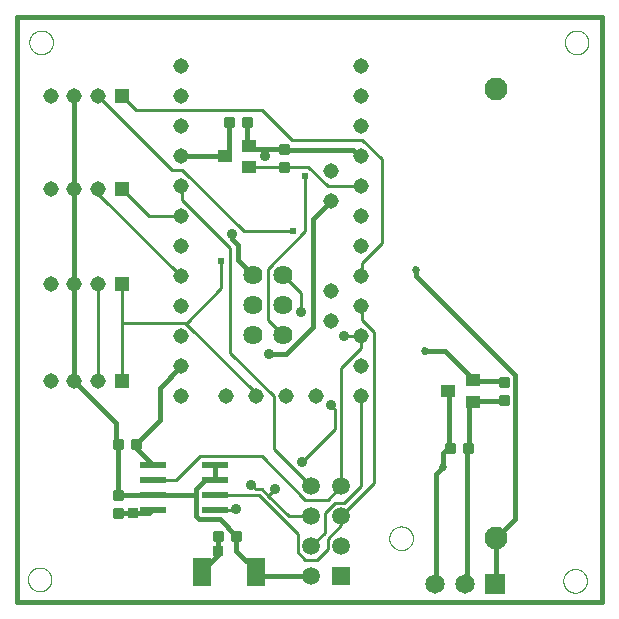
<source format=gtl>
G75*
%MOIN*%
%OFA0B0*%
%FSLAX25Y25*%
%IPPOS*%
%LPD*%
%AMOC8*
5,1,8,0,0,1.08239X$1,22.5*
%
%ADD10C,0.00000*%
%ADD11C,0.01600*%
%ADD12R,0.05906X0.09449*%
%ADD13C,0.00875*%
%ADD14R,0.04500X0.04000*%
%ADD15R,0.05150X0.05150*%
%ADD16C,0.05150*%
%ADD17C,0.07677*%
%ADD18R,0.04724X0.04000*%
%ADD19C,0.06400*%
%ADD20R,0.08700X0.02400*%
%ADD21R,0.06500X0.06500*%
%ADD22C,0.06500*%
%ADD23R,0.05937X0.05937*%
%ADD24C,0.05937*%
%ADD25C,0.01500*%
%ADD26R,0.03562X0.03562*%
%ADD27C,0.01000*%
%ADD28C,0.03562*%
%ADD29C,0.02700*%
%ADD30C,0.02400*%
D10*
X0005834Y0009308D02*
X0005836Y0009433D01*
X0005842Y0009558D01*
X0005852Y0009682D01*
X0005866Y0009806D01*
X0005883Y0009930D01*
X0005905Y0010053D01*
X0005931Y0010175D01*
X0005960Y0010297D01*
X0005993Y0010417D01*
X0006031Y0010536D01*
X0006071Y0010655D01*
X0006116Y0010771D01*
X0006164Y0010886D01*
X0006216Y0011000D01*
X0006272Y0011112D01*
X0006331Y0011222D01*
X0006393Y0011330D01*
X0006459Y0011437D01*
X0006528Y0011541D01*
X0006601Y0011642D01*
X0006676Y0011742D01*
X0006755Y0011839D01*
X0006837Y0011933D01*
X0006922Y0012025D01*
X0007009Y0012114D01*
X0007100Y0012200D01*
X0007193Y0012283D01*
X0007289Y0012364D01*
X0007387Y0012441D01*
X0007487Y0012515D01*
X0007590Y0012586D01*
X0007695Y0012653D01*
X0007803Y0012718D01*
X0007912Y0012778D01*
X0008023Y0012836D01*
X0008136Y0012889D01*
X0008250Y0012939D01*
X0008366Y0012986D01*
X0008483Y0013028D01*
X0008602Y0013067D01*
X0008722Y0013103D01*
X0008843Y0013134D01*
X0008965Y0013162D01*
X0009087Y0013185D01*
X0009211Y0013205D01*
X0009335Y0013221D01*
X0009459Y0013233D01*
X0009584Y0013241D01*
X0009709Y0013245D01*
X0009833Y0013245D01*
X0009958Y0013241D01*
X0010083Y0013233D01*
X0010207Y0013221D01*
X0010331Y0013205D01*
X0010455Y0013185D01*
X0010577Y0013162D01*
X0010699Y0013134D01*
X0010820Y0013103D01*
X0010940Y0013067D01*
X0011059Y0013028D01*
X0011176Y0012986D01*
X0011292Y0012939D01*
X0011406Y0012889D01*
X0011519Y0012836D01*
X0011630Y0012778D01*
X0011740Y0012718D01*
X0011847Y0012653D01*
X0011952Y0012586D01*
X0012055Y0012515D01*
X0012155Y0012441D01*
X0012253Y0012364D01*
X0012349Y0012283D01*
X0012442Y0012200D01*
X0012533Y0012114D01*
X0012620Y0012025D01*
X0012705Y0011933D01*
X0012787Y0011839D01*
X0012866Y0011742D01*
X0012941Y0011642D01*
X0013014Y0011541D01*
X0013083Y0011437D01*
X0013149Y0011330D01*
X0013211Y0011222D01*
X0013270Y0011112D01*
X0013326Y0011000D01*
X0013378Y0010886D01*
X0013426Y0010771D01*
X0013471Y0010655D01*
X0013511Y0010536D01*
X0013549Y0010417D01*
X0013582Y0010297D01*
X0013611Y0010175D01*
X0013637Y0010053D01*
X0013659Y0009930D01*
X0013676Y0009806D01*
X0013690Y0009682D01*
X0013700Y0009558D01*
X0013706Y0009433D01*
X0013708Y0009308D01*
X0013706Y0009183D01*
X0013700Y0009058D01*
X0013690Y0008934D01*
X0013676Y0008810D01*
X0013659Y0008686D01*
X0013637Y0008563D01*
X0013611Y0008441D01*
X0013582Y0008319D01*
X0013549Y0008199D01*
X0013511Y0008080D01*
X0013471Y0007961D01*
X0013426Y0007845D01*
X0013378Y0007730D01*
X0013326Y0007616D01*
X0013270Y0007504D01*
X0013211Y0007394D01*
X0013149Y0007286D01*
X0013083Y0007179D01*
X0013014Y0007075D01*
X0012941Y0006974D01*
X0012866Y0006874D01*
X0012787Y0006777D01*
X0012705Y0006683D01*
X0012620Y0006591D01*
X0012533Y0006502D01*
X0012442Y0006416D01*
X0012349Y0006333D01*
X0012253Y0006252D01*
X0012155Y0006175D01*
X0012055Y0006101D01*
X0011952Y0006030D01*
X0011847Y0005963D01*
X0011739Y0005898D01*
X0011630Y0005838D01*
X0011519Y0005780D01*
X0011406Y0005727D01*
X0011292Y0005677D01*
X0011176Y0005630D01*
X0011059Y0005588D01*
X0010940Y0005549D01*
X0010820Y0005513D01*
X0010699Y0005482D01*
X0010577Y0005454D01*
X0010455Y0005431D01*
X0010331Y0005411D01*
X0010207Y0005395D01*
X0010083Y0005383D01*
X0009958Y0005375D01*
X0009833Y0005371D01*
X0009709Y0005371D01*
X0009584Y0005375D01*
X0009459Y0005383D01*
X0009335Y0005395D01*
X0009211Y0005411D01*
X0009087Y0005431D01*
X0008965Y0005454D01*
X0008843Y0005482D01*
X0008722Y0005513D01*
X0008602Y0005549D01*
X0008483Y0005588D01*
X0008366Y0005630D01*
X0008250Y0005677D01*
X0008136Y0005727D01*
X0008023Y0005780D01*
X0007912Y0005838D01*
X0007802Y0005898D01*
X0007695Y0005963D01*
X0007590Y0006030D01*
X0007487Y0006101D01*
X0007387Y0006175D01*
X0007289Y0006252D01*
X0007193Y0006333D01*
X0007100Y0006416D01*
X0007009Y0006502D01*
X0006922Y0006591D01*
X0006837Y0006683D01*
X0006755Y0006777D01*
X0006676Y0006874D01*
X0006601Y0006974D01*
X0006528Y0007075D01*
X0006459Y0007179D01*
X0006393Y0007286D01*
X0006331Y0007394D01*
X0006272Y0007504D01*
X0006216Y0007616D01*
X0006164Y0007730D01*
X0006116Y0007845D01*
X0006071Y0007961D01*
X0006031Y0008080D01*
X0005993Y0008199D01*
X0005960Y0008319D01*
X0005931Y0008441D01*
X0005905Y0008563D01*
X0005883Y0008686D01*
X0005866Y0008810D01*
X0005852Y0008934D01*
X0005842Y0009058D01*
X0005836Y0009183D01*
X0005834Y0009308D01*
X0126315Y0023005D02*
X0126317Y0023130D01*
X0126323Y0023255D01*
X0126333Y0023379D01*
X0126347Y0023503D01*
X0126364Y0023627D01*
X0126386Y0023750D01*
X0126412Y0023872D01*
X0126441Y0023994D01*
X0126474Y0024114D01*
X0126512Y0024233D01*
X0126552Y0024352D01*
X0126597Y0024468D01*
X0126645Y0024583D01*
X0126697Y0024697D01*
X0126753Y0024809D01*
X0126812Y0024919D01*
X0126874Y0025027D01*
X0126940Y0025134D01*
X0127009Y0025238D01*
X0127082Y0025339D01*
X0127157Y0025439D01*
X0127236Y0025536D01*
X0127318Y0025630D01*
X0127403Y0025722D01*
X0127490Y0025811D01*
X0127581Y0025897D01*
X0127674Y0025980D01*
X0127770Y0026061D01*
X0127868Y0026138D01*
X0127968Y0026212D01*
X0128071Y0026283D01*
X0128176Y0026350D01*
X0128284Y0026415D01*
X0128393Y0026475D01*
X0128504Y0026533D01*
X0128617Y0026586D01*
X0128731Y0026636D01*
X0128847Y0026683D01*
X0128964Y0026725D01*
X0129083Y0026764D01*
X0129203Y0026800D01*
X0129324Y0026831D01*
X0129446Y0026859D01*
X0129568Y0026882D01*
X0129692Y0026902D01*
X0129816Y0026918D01*
X0129940Y0026930D01*
X0130065Y0026938D01*
X0130190Y0026942D01*
X0130314Y0026942D01*
X0130439Y0026938D01*
X0130564Y0026930D01*
X0130688Y0026918D01*
X0130812Y0026902D01*
X0130936Y0026882D01*
X0131058Y0026859D01*
X0131180Y0026831D01*
X0131301Y0026800D01*
X0131421Y0026764D01*
X0131540Y0026725D01*
X0131657Y0026683D01*
X0131773Y0026636D01*
X0131887Y0026586D01*
X0132000Y0026533D01*
X0132111Y0026475D01*
X0132221Y0026415D01*
X0132328Y0026350D01*
X0132433Y0026283D01*
X0132536Y0026212D01*
X0132636Y0026138D01*
X0132734Y0026061D01*
X0132830Y0025980D01*
X0132923Y0025897D01*
X0133014Y0025811D01*
X0133101Y0025722D01*
X0133186Y0025630D01*
X0133268Y0025536D01*
X0133347Y0025439D01*
X0133422Y0025339D01*
X0133495Y0025238D01*
X0133564Y0025134D01*
X0133630Y0025027D01*
X0133692Y0024919D01*
X0133751Y0024809D01*
X0133807Y0024697D01*
X0133859Y0024583D01*
X0133907Y0024468D01*
X0133952Y0024352D01*
X0133992Y0024233D01*
X0134030Y0024114D01*
X0134063Y0023994D01*
X0134092Y0023872D01*
X0134118Y0023750D01*
X0134140Y0023627D01*
X0134157Y0023503D01*
X0134171Y0023379D01*
X0134181Y0023255D01*
X0134187Y0023130D01*
X0134189Y0023005D01*
X0134187Y0022880D01*
X0134181Y0022755D01*
X0134171Y0022631D01*
X0134157Y0022507D01*
X0134140Y0022383D01*
X0134118Y0022260D01*
X0134092Y0022138D01*
X0134063Y0022016D01*
X0134030Y0021896D01*
X0133992Y0021777D01*
X0133952Y0021658D01*
X0133907Y0021542D01*
X0133859Y0021427D01*
X0133807Y0021313D01*
X0133751Y0021201D01*
X0133692Y0021091D01*
X0133630Y0020983D01*
X0133564Y0020876D01*
X0133495Y0020772D01*
X0133422Y0020671D01*
X0133347Y0020571D01*
X0133268Y0020474D01*
X0133186Y0020380D01*
X0133101Y0020288D01*
X0133014Y0020199D01*
X0132923Y0020113D01*
X0132830Y0020030D01*
X0132734Y0019949D01*
X0132636Y0019872D01*
X0132536Y0019798D01*
X0132433Y0019727D01*
X0132328Y0019660D01*
X0132220Y0019595D01*
X0132111Y0019535D01*
X0132000Y0019477D01*
X0131887Y0019424D01*
X0131773Y0019374D01*
X0131657Y0019327D01*
X0131540Y0019285D01*
X0131421Y0019246D01*
X0131301Y0019210D01*
X0131180Y0019179D01*
X0131058Y0019151D01*
X0130936Y0019128D01*
X0130812Y0019108D01*
X0130688Y0019092D01*
X0130564Y0019080D01*
X0130439Y0019072D01*
X0130314Y0019068D01*
X0130190Y0019068D01*
X0130065Y0019072D01*
X0129940Y0019080D01*
X0129816Y0019092D01*
X0129692Y0019108D01*
X0129568Y0019128D01*
X0129446Y0019151D01*
X0129324Y0019179D01*
X0129203Y0019210D01*
X0129083Y0019246D01*
X0128964Y0019285D01*
X0128847Y0019327D01*
X0128731Y0019374D01*
X0128617Y0019424D01*
X0128504Y0019477D01*
X0128393Y0019535D01*
X0128283Y0019595D01*
X0128176Y0019660D01*
X0128071Y0019727D01*
X0127968Y0019798D01*
X0127868Y0019872D01*
X0127770Y0019949D01*
X0127674Y0020030D01*
X0127581Y0020113D01*
X0127490Y0020199D01*
X0127403Y0020288D01*
X0127318Y0020380D01*
X0127236Y0020474D01*
X0127157Y0020571D01*
X0127082Y0020671D01*
X0127009Y0020772D01*
X0126940Y0020876D01*
X0126874Y0020983D01*
X0126812Y0021091D01*
X0126753Y0021201D01*
X0126697Y0021313D01*
X0126645Y0021427D01*
X0126597Y0021542D01*
X0126552Y0021658D01*
X0126512Y0021777D01*
X0126474Y0021896D01*
X0126441Y0022016D01*
X0126412Y0022138D01*
X0126386Y0022260D01*
X0126364Y0022383D01*
X0126347Y0022507D01*
X0126333Y0022631D01*
X0126323Y0022755D01*
X0126317Y0022880D01*
X0126315Y0023005D01*
X0184319Y0008800D02*
X0184321Y0008925D01*
X0184327Y0009050D01*
X0184337Y0009174D01*
X0184351Y0009298D01*
X0184368Y0009422D01*
X0184390Y0009545D01*
X0184416Y0009667D01*
X0184445Y0009789D01*
X0184478Y0009909D01*
X0184516Y0010028D01*
X0184556Y0010147D01*
X0184601Y0010263D01*
X0184649Y0010378D01*
X0184701Y0010492D01*
X0184757Y0010604D01*
X0184816Y0010714D01*
X0184878Y0010822D01*
X0184944Y0010929D01*
X0185013Y0011033D01*
X0185086Y0011134D01*
X0185161Y0011234D01*
X0185240Y0011331D01*
X0185322Y0011425D01*
X0185407Y0011517D01*
X0185494Y0011606D01*
X0185585Y0011692D01*
X0185678Y0011775D01*
X0185774Y0011856D01*
X0185872Y0011933D01*
X0185972Y0012007D01*
X0186075Y0012078D01*
X0186180Y0012145D01*
X0186288Y0012210D01*
X0186397Y0012270D01*
X0186508Y0012328D01*
X0186621Y0012381D01*
X0186735Y0012431D01*
X0186851Y0012478D01*
X0186968Y0012520D01*
X0187087Y0012559D01*
X0187207Y0012595D01*
X0187328Y0012626D01*
X0187450Y0012654D01*
X0187572Y0012677D01*
X0187696Y0012697D01*
X0187820Y0012713D01*
X0187944Y0012725D01*
X0188069Y0012733D01*
X0188194Y0012737D01*
X0188318Y0012737D01*
X0188443Y0012733D01*
X0188568Y0012725D01*
X0188692Y0012713D01*
X0188816Y0012697D01*
X0188940Y0012677D01*
X0189062Y0012654D01*
X0189184Y0012626D01*
X0189305Y0012595D01*
X0189425Y0012559D01*
X0189544Y0012520D01*
X0189661Y0012478D01*
X0189777Y0012431D01*
X0189891Y0012381D01*
X0190004Y0012328D01*
X0190115Y0012270D01*
X0190225Y0012210D01*
X0190332Y0012145D01*
X0190437Y0012078D01*
X0190540Y0012007D01*
X0190640Y0011933D01*
X0190738Y0011856D01*
X0190834Y0011775D01*
X0190927Y0011692D01*
X0191018Y0011606D01*
X0191105Y0011517D01*
X0191190Y0011425D01*
X0191272Y0011331D01*
X0191351Y0011234D01*
X0191426Y0011134D01*
X0191499Y0011033D01*
X0191568Y0010929D01*
X0191634Y0010822D01*
X0191696Y0010714D01*
X0191755Y0010604D01*
X0191811Y0010492D01*
X0191863Y0010378D01*
X0191911Y0010263D01*
X0191956Y0010147D01*
X0191996Y0010028D01*
X0192034Y0009909D01*
X0192067Y0009789D01*
X0192096Y0009667D01*
X0192122Y0009545D01*
X0192144Y0009422D01*
X0192161Y0009298D01*
X0192175Y0009174D01*
X0192185Y0009050D01*
X0192191Y0008925D01*
X0192193Y0008800D01*
X0192191Y0008675D01*
X0192185Y0008550D01*
X0192175Y0008426D01*
X0192161Y0008302D01*
X0192144Y0008178D01*
X0192122Y0008055D01*
X0192096Y0007933D01*
X0192067Y0007811D01*
X0192034Y0007691D01*
X0191996Y0007572D01*
X0191956Y0007453D01*
X0191911Y0007337D01*
X0191863Y0007222D01*
X0191811Y0007108D01*
X0191755Y0006996D01*
X0191696Y0006886D01*
X0191634Y0006778D01*
X0191568Y0006671D01*
X0191499Y0006567D01*
X0191426Y0006466D01*
X0191351Y0006366D01*
X0191272Y0006269D01*
X0191190Y0006175D01*
X0191105Y0006083D01*
X0191018Y0005994D01*
X0190927Y0005908D01*
X0190834Y0005825D01*
X0190738Y0005744D01*
X0190640Y0005667D01*
X0190540Y0005593D01*
X0190437Y0005522D01*
X0190332Y0005455D01*
X0190224Y0005390D01*
X0190115Y0005330D01*
X0190004Y0005272D01*
X0189891Y0005219D01*
X0189777Y0005169D01*
X0189661Y0005122D01*
X0189544Y0005080D01*
X0189425Y0005041D01*
X0189305Y0005005D01*
X0189184Y0004974D01*
X0189062Y0004946D01*
X0188940Y0004923D01*
X0188816Y0004903D01*
X0188692Y0004887D01*
X0188568Y0004875D01*
X0188443Y0004867D01*
X0188318Y0004863D01*
X0188194Y0004863D01*
X0188069Y0004867D01*
X0187944Y0004875D01*
X0187820Y0004887D01*
X0187696Y0004903D01*
X0187572Y0004923D01*
X0187450Y0004946D01*
X0187328Y0004974D01*
X0187207Y0005005D01*
X0187087Y0005041D01*
X0186968Y0005080D01*
X0186851Y0005122D01*
X0186735Y0005169D01*
X0186621Y0005219D01*
X0186508Y0005272D01*
X0186397Y0005330D01*
X0186287Y0005390D01*
X0186180Y0005455D01*
X0186075Y0005522D01*
X0185972Y0005593D01*
X0185872Y0005667D01*
X0185774Y0005744D01*
X0185678Y0005825D01*
X0185585Y0005908D01*
X0185494Y0005994D01*
X0185407Y0006083D01*
X0185322Y0006175D01*
X0185240Y0006269D01*
X0185161Y0006366D01*
X0185086Y0006466D01*
X0185013Y0006567D01*
X0184944Y0006671D01*
X0184878Y0006778D01*
X0184816Y0006886D01*
X0184757Y0006996D01*
X0184701Y0007108D01*
X0184649Y0007222D01*
X0184601Y0007337D01*
X0184556Y0007453D01*
X0184516Y0007572D01*
X0184478Y0007691D01*
X0184445Y0007811D01*
X0184416Y0007933D01*
X0184390Y0008055D01*
X0184368Y0008178D01*
X0184351Y0008302D01*
X0184337Y0008426D01*
X0184327Y0008550D01*
X0184321Y0008675D01*
X0184319Y0008800D01*
X0184834Y0188308D02*
X0184836Y0188433D01*
X0184842Y0188558D01*
X0184852Y0188682D01*
X0184866Y0188806D01*
X0184883Y0188930D01*
X0184905Y0189053D01*
X0184931Y0189175D01*
X0184960Y0189297D01*
X0184993Y0189417D01*
X0185031Y0189536D01*
X0185071Y0189655D01*
X0185116Y0189771D01*
X0185164Y0189886D01*
X0185216Y0190000D01*
X0185272Y0190112D01*
X0185331Y0190222D01*
X0185393Y0190330D01*
X0185459Y0190437D01*
X0185528Y0190541D01*
X0185601Y0190642D01*
X0185676Y0190742D01*
X0185755Y0190839D01*
X0185837Y0190933D01*
X0185922Y0191025D01*
X0186009Y0191114D01*
X0186100Y0191200D01*
X0186193Y0191283D01*
X0186289Y0191364D01*
X0186387Y0191441D01*
X0186487Y0191515D01*
X0186590Y0191586D01*
X0186695Y0191653D01*
X0186803Y0191718D01*
X0186912Y0191778D01*
X0187023Y0191836D01*
X0187136Y0191889D01*
X0187250Y0191939D01*
X0187366Y0191986D01*
X0187483Y0192028D01*
X0187602Y0192067D01*
X0187722Y0192103D01*
X0187843Y0192134D01*
X0187965Y0192162D01*
X0188087Y0192185D01*
X0188211Y0192205D01*
X0188335Y0192221D01*
X0188459Y0192233D01*
X0188584Y0192241D01*
X0188709Y0192245D01*
X0188833Y0192245D01*
X0188958Y0192241D01*
X0189083Y0192233D01*
X0189207Y0192221D01*
X0189331Y0192205D01*
X0189455Y0192185D01*
X0189577Y0192162D01*
X0189699Y0192134D01*
X0189820Y0192103D01*
X0189940Y0192067D01*
X0190059Y0192028D01*
X0190176Y0191986D01*
X0190292Y0191939D01*
X0190406Y0191889D01*
X0190519Y0191836D01*
X0190630Y0191778D01*
X0190740Y0191718D01*
X0190847Y0191653D01*
X0190952Y0191586D01*
X0191055Y0191515D01*
X0191155Y0191441D01*
X0191253Y0191364D01*
X0191349Y0191283D01*
X0191442Y0191200D01*
X0191533Y0191114D01*
X0191620Y0191025D01*
X0191705Y0190933D01*
X0191787Y0190839D01*
X0191866Y0190742D01*
X0191941Y0190642D01*
X0192014Y0190541D01*
X0192083Y0190437D01*
X0192149Y0190330D01*
X0192211Y0190222D01*
X0192270Y0190112D01*
X0192326Y0190000D01*
X0192378Y0189886D01*
X0192426Y0189771D01*
X0192471Y0189655D01*
X0192511Y0189536D01*
X0192549Y0189417D01*
X0192582Y0189297D01*
X0192611Y0189175D01*
X0192637Y0189053D01*
X0192659Y0188930D01*
X0192676Y0188806D01*
X0192690Y0188682D01*
X0192700Y0188558D01*
X0192706Y0188433D01*
X0192708Y0188308D01*
X0192706Y0188183D01*
X0192700Y0188058D01*
X0192690Y0187934D01*
X0192676Y0187810D01*
X0192659Y0187686D01*
X0192637Y0187563D01*
X0192611Y0187441D01*
X0192582Y0187319D01*
X0192549Y0187199D01*
X0192511Y0187080D01*
X0192471Y0186961D01*
X0192426Y0186845D01*
X0192378Y0186730D01*
X0192326Y0186616D01*
X0192270Y0186504D01*
X0192211Y0186394D01*
X0192149Y0186286D01*
X0192083Y0186179D01*
X0192014Y0186075D01*
X0191941Y0185974D01*
X0191866Y0185874D01*
X0191787Y0185777D01*
X0191705Y0185683D01*
X0191620Y0185591D01*
X0191533Y0185502D01*
X0191442Y0185416D01*
X0191349Y0185333D01*
X0191253Y0185252D01*
X0191155Y0185175D01*
X0191055Y0185101D01*
X0190952Y0185030D01*
X0190847Y0184963D01*
X0190739Y0184898D01*
X0190630Y0184838D01*
X0190519Y0184780D01*
X0190406Y0184727D01*
X0190292Y0184677D01*
X0190176Y0184630D01*
X0190059Y0184588D01*
X0189940Y0184549D01*
X0189820Y0184513D01*
X0189699Y0184482D01*
X0189577Y0184454D01*
X0189455Y0184431D01*
X0189331Y0184411D01*
X0189207Y0184395D01*
X0189083Y0184383D01*
X0188958Y0184375D01*
X0188833Y0184371D01*
X0188709Y0184371D01*
X0188584Y0184375D01*
X0188459Y0184383D01*
X0188335Y0184395D01*
X0188211Y0184411D01*
X0188087Y0184431D01*
X0187965Y0184454D01*
X0187843Y0184482D01*
X0187722Y0184513D01*
X0187602Y0184549D01*
X0187483Y0184588D01*
X0187366Y0184630D01*
X0187250Y0184677D01*
X0187136Y0184727D01*
X0187023Y0184780D01*
X0186912Y0184838D01*
X0186802Y0184898D01*
X0186695Y0184963D01*
X0186590Y0185030D01*
X0186487Y0185101D01*
X0186387Y0185175D01*
X0186289Y0185252D01*
X0186193Y0185333D01*
X0186100Y0185416D01*
X0186009Y0185502D01*
X0185922Y0185591D01*
X0185837Y0185683D01*
X0185755Y0185777D01*
X0185676Y0185874D01*
X0185601Y0185974D01*
X0185528Y0186075D01*
X0185459Y0186179D01*
X0185393Y0186286D01*
X0185331Y0186394D01*
X0185272Y0186504D01*
X0185216Y0186616D01*
X0185164Y0186730D01*
X0185116Y0186845D01*
X0185071Y0186961D01*
X0185031Y0187080D01*
X0184993Y0187199D01*
X0184960Y0187319D01*
X0184931Y0187441D01*
X0184905Y0187563D01*
X0184883Y0187686D01*
X0184866Y0187810D01*
X0184852Y0187934D01*
X0184842Y0188058D01*
X0184836Y0188183D01*
X0184834Y0188308D01*
X0006334Y0188308D02*
X0006336Y0188433D01*
X0006342Y0188558D01*
X0006352Y0188682D01*
X0006366Y0188806D01*
X0006383Y0188930D01*
X0006405Y0189053D01*
X0006431Y0189175D01*
X0006460Y0189297D01*
X0006493Y0189417D01*
X0006531Y0189536D01*
X0006571Y0189655D01*
X0006616Y0189771D01*
X0006664Y0189886D01*
X0006716Y0190000D01*
X0006772Y0190112D01*
X0006831Y0190222D01*
X0006893Y0190330D01*
X0006959Y0190437D01*
X0007028Y0190541D01*
X0007101Y0190642D01*
X0007176Y0190742D01*
X0007255Y0190839D01*
X0007337Y0190933D01*
X0007422Y0191025D01*
X0007509Y0191114D01*
X0007600Y0191200D01*
X0007693Y0191283D01*
X0007789Y0191364D01*
X0007887Y0191441D01*
X0007987Y0191515D01*
X0008090Y0191586D01*
X0008195Y0191653D01*
X0008303Y0191718D01*
X0008412Y0191778D01*
X0008523Y0191836D01*
X0008636Y0191889D01*
X0008750Y0191939D01*
X0008866Y0191986D01*
X0008983Y0192028D01*
X0009102Y0192067D01*
X0009222Y0192103D01*
X0009343Y0192134D01*
X0009465Y0192162D01*
X0009587Y0192185D01*
X0009711Y0192205D01*
X0009835Y0192221D01*
X0009959Y0192233D01*
X0010084Y0192241D01*
X0010209Y0192245D01*
X0010333Y0192245D01*
X0010458Y0192241D01*
X0010583Y0192233D01*
X0010707Y0192221D01*
X0010831Y0192205D01*
X0010955Y0192185D01*
X0011077Y0192162D01*
X0011199Y0192134D01*
X0011320Y0192103D01*
X0011440Y0192067D01*
X0011559Y0192028D01*
X0011676Y0191986D01*
X0011792Y0191939D01*
X0011906Y0191889D01*
X0012019Y0191836D01*
X0012130Y0191778D01*
X0012240Y0191718D01*
X0012347Y0191653D01*
X0012452Y0191586D01*
X0012555Y0191515D01*
X0012655Y0191441D01*
X0012753Y0191364D01*
X0012849Y0191283D01*
X0012942Y0191200D01*
X0013033Y0191114D01*
X0013120Y0191025D01*
X0013205Y0190933D01*
X0013287Y0190839D01*
X0013366Y0190742D01*
X0013441Y0190642D01*
X0013514Y0190541D01*
X0013583Y0190437D01*
X0013649Y0190330D01*
X0013711Y0190222D01*
X0013770Y0190112D01*
X0013826Y0190000D01*
X0013878Y0189886D01*
X0013926Y0189771D01*
X0013971Y0189655D01*
X0014011Y0189536D01*
X0014049Y0189417D01*
X0014082Y0189297D01*
X0014111Y0189175D01*
X0014137Y0189053D01*
X0014159Y0188930D01*
X0014176Y0188806D01*
X0014190Y0188682D01*
X0014200Y0188558D01*
X0014206Y0188433D01*
X0014208Y0188308D01*
X0014206Y0188183D01*
X0014200Y0188058D01*
X0014190Y0187934D01*
X0014176Y0187810D01*
X0014159Y0187686D01*
X0014137Y0187563D01*
X0014111Y0187441D01*
X0014082Y0187319D01*
X0014049Y0187199D01*
X0014011Y0187080D01*
X0013971Y0186961D01*
X0013926Y0186845D01*
X0013878Y0186730D01*
X0013826Y0186616D01*
X0013770Y0186504D01*
X0013711Y0186394D01*
X0013649Y0186286D01*
X0013583Y0186179D01*
X0013514Y0186075D01*
X0013441Y0185974D01*
X0013366Y0185874D01*
X0013287Y0185777D01*
X0013205Y0185683D01*
X0013120Y0185591D01*
X0013033Y0185502D01*
X0012942Y0185416D01*
X0012849Y0185333D01*
X0012753Y0185252D01*
X0012655Y0185175D01*
X0012555Y0185101D01*
X0012452Y0185030D01*
X0012347Y0184963D01*
X0012239Y0184898D01*
X0012130Y0184838D01*
X0012019Y0184780D01*
X0011906Y0184727D01*
X0011792Y0184677D01*
X0011676Y0184630D01*
X0011559Y0184588D01*
X0011440Y0184549D01*
X0011320Y0184513D01*
X0011199Y0184482D01*
X0011077Y0184454D01*
X0010955Y0184431D01*
X0010831Y0184411D01*
X0010707Y0184395D01*
X0010583Y0184383D01*
X0010458Y0184375D01*
X0010333Y0184371D01*
X0010209Y0184371D01*
X0010084Y0184375D01*
X0009959Y0184383D01*
X0009835Y0184395D01*
X0009711Y0184411D01*
X0009587Y0184431D01*
X0009465Y0184454D01*
X0009343Y0184482D01*
X0009222Y0184513D01*
X0009102Y0184549D01*
X0008983Y0184588D01*
X0008866Y0184630D01*
X0008750Y0184677D01*
X0008636Y0184727D01*
X0008523Y0184780D01*
X0008412Y0184838D01*
X0008302Y0184898D01*
X0008195Y0184963D01*
X0008090Y0185030D01*
X0007987Y0185101D01*
X0007887Y0185175D01*
X0007789Y0185252D01*
X0007693Y0185333D01*
X0007600Y0185416D01*
X0007509Y0185502D01*
X0007422Y0185591D01*
X0007337Y0185683D01*
X0007255Y0185777D01*
X0007176Y0185874D01*
X0007101Y0185974D01*
X0007028Y0186075D01*
X0006959Y0186179D01*
X0006893Y0186286D01*
X0006831Y0186394D01*
X0006772Y0186504D01*
X0006716Y0186616D01*
X0006664Y0186730D01*
X0006616Y0186845D01*
X0006571Y0186961D01*
X0006531Y0187080D01*
X0006493Y0187199D01*
X0006460Y0187319D01*
X0006431Y0187441D01*
X0006405Y0187563D01*
X0006383Y0187686D01*
X0006366Y0187810D01*
X0006352Y0187934D01*
X0006342Y0188058D01*
X0006336Y0188183D01*
X0006334Y0188308D01*
D11*
X0002271Y0001808D02*
X0197122Y0001808D01*
X0197122Y0196658D01*
X0002271Y0196658D01*
X0002271Y0001808D01*
X0047471Y0047308D02*
X0041771Y0053008D01*
X0041771Y0054308D01*
X0049771Y0062308D01*
X0049771Y0073194D01*
X0056885Y0080308D01*
X0086271Y0084308D02*
X0091771Y0084308D01*
X0100771Y0093308D01*
X0100771Y0129308D01*
X0106771Y0135308D01*
X0106885Y0135308D01*
X0084771Y0150308D02*
X0084771Y0152808D01*
X0073771Y0124308D02*
X0073771Y0122808D01*
X0075771Y0120808D01*
X0075771Y0115808D01*
X0080771Y0110808D01*
D12*
X0081905Y0011820D03*
X0063795Y0011820D03*
D13*
X0067958Y0025121D02*
X0070584Y0025121D01*
X0070584Y0022495D01*
X0067958Y0022495D01*
X0067958Y0025121D01*
X0067958Y0023369D02*
X0070584Y0023369D01*
X0070584Y0024243D02*
X0067958Y0024243D01*
X0067958Y0025117D02*
X0070584Y0025117D01*
X0073958Y0025121D02*
X0076584Y0025121D01*
X0076584Y0022495D01*
X0073958Y0022495D01*
X0073958Y0025121D01*
X0073958Y0023369D02*
X0076584Y0023369D01*
X0076584Y0024243D02*
X0073958Y0024243D01*
X0073958Y0025117D02*
X0076584Y0025117D01*
X0043084Y0055621D02*
X0040458Y0055621D01*
X0043084Y0055621D02*
X0043084Y0052995D01*
X0040458Y0052995D01*
X0040458Y0055621D01*
X0040458Y0053869D02*
X0043084Y0053869D01*
X0043084Y0054743D02*
X0040458Y0054743D01*
X0040458Y0055617D02*
X0043084Y0055617D01*
X0037084Y0055621D02*
X0034458Y0055621D01*
X0037084Y0055621D02*
X0037084Y0052995D01*
X0034458Y0052995D01*
X0034458Y0055621D01*
X0034458Y0053869D02*
X0037084Y0053869D01*
X0037084Y0054743D02*
X0034458Y0054743D01*
X0034458Y0055617D02*
X0037084Y0055617D01*
X0034458Y0038621D02*
X0034458Y0035995D01*
X0034458Y0038621D02*
X0037084Y0038621D01*
X0037084Y0035995D01*
X0034458Y0035995D01*
X0034458Y0036869D02*
X0037084Y0036869D01*
X0037084Y0037743D02*
X0034458Y0037743D01*
X0034458Y0038617D02*
X0037084Y0038617D01*
X0034458Y0032621D02*
X0034458Y0029995D01*
X0034458Y0032621D02*
X0037084Y0032621D01*
X0037084Y0029995D01*
X0034458Y0029995D01*
X0034458Y0030869D02*
X0037084Y0030869D01*
X0037084Y0031743D02*
X0034458Y0031743D01*
X0034458Y0032617D02*
X0037084Y0032617D01*
X0145131Y0054495D02*
X0147757Y0054495D01*
X0147757Y0051869D01*
X0145131Y0051869D01*
X0145131Y0054495D01*
X0145131Y0052743D02*
X0147757Y0052743D01*
X0147757Y0053617D02*
X0145131Y0053617D01*
X0145131Y0054491D02*
X0147757Y0054491D01*
X0151131Y0054495D02*
X0153757Y0054495D01*
X0153757Y0051869D01*
X0151131Y0051869D01*
X0151131Y0054495D01*
X0151131Y0052743D02*
X0153757Y0052743D01*
X0153757Y0053617D02*
X0151131Y0053617D01*
X0151131Y0054491D02*
X0153757Y0054491D01*
X0165777Y0067806D02*
X0165777Y0070432D01*
X0165777Y0067806D02*
X0163151Y0067806D01*
X0163151Y0070432D01*
X0165777Y0070432D01*
X0165777Y0068680D02*
X0163151Y0068680D01*
X0163151Y0069554D02*
X0165777Y0069554D01*
X0165777Y0070428D02*
X0163151Y0070428D01*
X0165777Y0073806D02*
X0165777Y0076432D01*
X0165777Y0073806D02*
X0163151Y0073806D01*
X0163151Y0076432D01*
X0165777Y0076432D01*
X0165777Y0074680D02*
X0163151Y0074680D01*
X0163151Y0075554D02*
X0165777Y0075554D01*
X0165777Y0076428D02*
X0163151Y0076428D01*
X0092584Y0145495D02*
X0092584Y0148121D01*
X0092584Y0145495D02*
X0089958Y0145495D01*
X0089958Y0148121D01*
X0092584Y0148121D01*
X0092584Y0146369D02*
X0089958Y0146369D01*
X0089958Y0147243D02*
X0092584Y0147243D01*
X0092584Y0148117D02*
X0089958Y0148117D01*
X0092584Y0151495D02*
X0092584Y0154121D01*
X0092584Y0151495D02*
X0089958Y0151495D01*
X0089958Y0154121D01*
X0092584Y0154121D01*
X0092584Y0152369D02*
X0089958Y0152369D01*
X0089958Y0153243D02*
X0092584Y0153243D01*
X0092584Y0154117D02*
X0089958Y0154117D01*
X0080084Y0160495D02*
X0077458Y0160495D01*
X0077458Y0163121D01*
X0080084Y0163121D01*
X0080084Y0160495D01*
X0080084Y0161369D02*
X0077458Y0161369D01*
X0077458Y0162243D02*
X0080084Y0162243D01*
X0080084Y0163117D02*
X0077458Y0163117D01*
X0074084Y0160495D02*
X0071458Y0160495D01*
X0071458Y0163121D01*
X0074084Y0163121D01*
X0074084Y0160495D01*
X0074084Y0161369D02*
X0071458Y0161369D01*
X0071458Y0162243D02*
X0074084Y0162243D01*
X0074084Y0163117D02*
X0071458Y0163117D01*
D14*
X0079437Y0153792D03*
X0079437Y0146792D03*
X0071437Y0150292D03*
D15*
X0037082Y0139324D03*
X0037082Y0170308D03*
X0037082Y0107808D03*
X0037082Y0075308D03*
D16*
X0029208Y0075308D03*
X0021334Y0075308D03*
X0013460Y0075308D03*
X0013460Y0107808D03*
X0021334Y0107808D03*
X0029208Y0107808D03*
X0056885Y0110308D03*
X0056885Y0120308D03*
X0056885Y0130308D03*
X0056885Y0140308D03*
X0056885Y0150308D03*
X0056885Y0160308D03*
X0056885Y0170308D03*
X0056885Y0180308D03*
X0029208Y0170308D03*
X0021334Y0170308D03*
X0013460Y0170308D03*
X0013460Y0139324D03*
X0021334Y0139324D03*
X0029208Y0139324D03*
X0056885Y0100308D03*
X0056885Y0090308D03*
X0056885Y0080308D03*
X0056885Y0070308D03*
X0071885Y0070308D03*
X0081885Y0070308D03*
X0091885Y0070308D03*
X0101885Y0070308D03*
X0116885Y0070308D03*
X0116885Y0080308D03*
X0116885Y0090308D03*
X0116885Y0100308D03*
X0116885Y0110308D03*
X0116885Y0120308D03*
X0116885Y0130308D03*
X0116885Y0140308D03*
X0116885Y0150308D03*
X0116885Y0160308D03*
X0116885Y0170308D03*
X0116885Y0180308D03*
X0106885Y0145308D03*
X0106885Y0135308D03*
X0106885Y0105308D03*
X0106885Y0095308D03*
D17*
X0161748Y0023005D03*
X0161748Y0172611D03*
D18*
X0154110Y0075859D03*
X0154110Y0068379D03*
X0145763Y0072119D03*
D19*
X0090771Y0090808D03*
X0080771Y0090808D03*
X0080771Y0100808D03*
X0080771Y0110808D03*
X0090771Y0110808D03*
X0090771Y0100808D03*
D20*
X0068071Y0047308D03*
X0068071Y0042308D03*
X0068071Y0037308D03*
X0068071Y0032308D03*
X0047471Y0032308D03*
X0047471Y0037308D03*
X0047471Y0042308D03*
X0047471Y0047308D03*
D21*
X0161582Y0007816D03*
D22*
X0151582Y0007816D03*
X0141582Y0007816D03*
D23*
X0110271Y0010308D03*
D24*
X0100271Y0010308D03*
X0100271Y0020308D03*
X0100271Y0030308D03*
X0100271Y0040308D03*
X0110271Y0040308D03*
X0110271Y0030308D03*
X0110271Y0020308D03*
D25*
X0100271Y0010308D02*
X0083271Y0010308D01*
X0082271Y0011308D01*
X0081905Y0011820D01*
X0081771Y0012308D01*
X0075271Y0018808D01*
X0075271Y0023808D01*
X0069771Y0029308D01*
X0062771Y0029308D01*
X0061771Y0030308D01*
X0061771Y0037308D01*
X0047471Y0037308D01*
X0035771Y0037308D01*
X0035771Y0054308D01*
X0035271Y0054808D01*
X0035271Y0061308D01*
X0022271Y0074308D01*
X0021334Y0075308D01*
X0021771Y0074808D01*
X0021334Y0075308D02*
X0021271Y0075808D01*
X0021271Y0107308D01*
X0021334Y0107808D01*
X0021271Y0107808D01*
X0021271Y0139308D01*
X0021334Y0139324D01*
X0021271Y0139808D01*
X0021271Y0170308D01*
X0021334Y0170308D01*
X0056885Y0150308D02*
X0070771Y0150308D01*
X0071437Y0150292D01*
X0071771Y0150308D01*
X0072771Y0151308D01*
X0072771Y0161808D01*
X0078771Y0161808D02*
X0078771Y0153808D01*
X0079437Y0153792D01*
X0079771Y0153308D01*
X0080271Y0152808D01*
X0084771Y0152808D01*
X0091271Y0152808D01*
X0091771Y0152308D01*
X0114271Y0152308D01*
X0116271Y0150308D01*
X0116885Y0150308D01*
X0134771Y0112808D02*
X0135271Y0112308D01*
X0135271Y0110308D01*
X0168271Y0077308D01*
X0168271Y0029308D01*
X0162271Y0023308D01*
X0161748Y0023005D01*
X0161771Y0022808D01*
X0161771Y0008308D01*
X0161582Y0007816D01*
X0152271Y0008808D02*
X0151771Y0008308D01*
X0151582Y0007816D01*
X0152271Y0008808D02*
X0152271Y0052808D01*
X0152444Y0053182D01*
X0152771Y0053308D01*
X0152771Y0067308D01*
X0153771Y0068308D01*
X0154110Y0068379D01*
X0154771Y0068808D01*
X0164271Y0068808D01*
X0164464Y0069119D01*
X0164464Y0075119D02*
X0164271Y0075308D01*
X0154771Y0075308D01*
X0154271Y0075808D01*
X0154110Y0075859D01*
X0153771Y0076308D01*
X0144771Y0085308D01*
X0138271Y0085308D01*
X0145763Y0072119D02*
X0145771Y0071808D01*
X0146271Y0071308D01*
X0146271Y0053308D01*
X0146444Y0053182D01*
X0145771Y0052808D01*
X0144271Y0051308D01*
X0144271Y0046808D01*
X0141771Y0044308D01*
X0141771Y0008308D01*
X0141582Y0007816D01*
X0069271Y0017308D02*
X0064271Y0012308D01*
X0063795Y0011820D01*
X0069271Y0017308D02*
X0069271Y0018808D01*
X0069271Y0023808D01*
X0061771Y0037308D02*
X0061771Y0039308D01*
X0064771Y0042308D01*
X0068071Y0042308D01*
X0068271Y0042808D01*
X0068271Y0047308D01*
X0068071Y0047308D01*
X0047471Y0032308D02*
X0047271Y0032308D01*
X0046271Y0031308D01*
X0040771Y0031308D01*
X0035771Y0031308D01*
X0013771Y0075308D02*
X0013460Y0075308D01*
D26*
X0040771Y0031308D03*
X0069271Y0018808D03*
D27*
X0068071Y0032308D02*
X0074271Y0032308D01*
X0074771Y0032808D01*
X0075271Y0032808D01*
X0068071Y0037308D02*
X0082771Y0037308D01*
X0095771Y0024308D01*
X0095771Y0018308D01*
X0098271Y0015808D01*
X0102271Y0015808D01*
X0105771Y0019308D01*
X0105771Y0022808D01*
X0110271Y0027308D01*
X0110271Y0030308D01*
X0121271Y0041308D01*
X0121271Y0091808D01*
X0117271Y0095808D01*
X0117271Y0100308D01*
X0116885Y0100308D01*
X0116885Y0110308D02*
X0117271Y0110308D01*
X0117271Y0114808D01*
X0123771Y0121308D01*
X0123771Y0149308D01*
X0117271Y0155808D01*
X0093771Y0155808D01*
X0083771Y0165808D01*
X0041771Y0165808D01*
X0037271Y0170308D01*
X0037082Y0170308D01*
X0029271Y0170308D02*
X0029208Y0170308D01*
X0029271Y0170308D02*
X0053771Y0145808D01*
X0057271Y0145808D01*
X0077771Y0125308D01*
X0094271Y0125308D01*
X0098271Y0125308D02*
X0085771Y0112808D01*
X0085771Y0095808D01*
X0090771Y0090808D01*
X0096771Y0098308D02*
X0096771Y0104808D01*
X0090771Y0110808D01*
X0098271Y0125308D02*
X0098271Y0143808D01*
X0099271Y0146808D02*
X0105771Y0140308D01*
X0116885Y0140308D01*
X0099271Y0146808D02*
X0091271Y0146808D01*
X0079771Y0146808D01*
X0079437Y0146792D01*
X0057271Y0140308D02*
X0057271Y0135808D01*
X0073271Y0119808D01*
X0073271Y0084808D01*
X0087771Y0070308D01*
X0087771Y0052808D01*
X0100271Y0040308D01*
X0098271Y0035808D02*
X0105771Y0035808D01*
X0110271Y0040308D01*
X0110271Y0079808D01*
X0116771Y0086308D01*
X0116771Y0090308D01*
X0116885Y0090308D01*
X0116771Y0090308D02*
X0111271Y0090308D01*
X0116771Y0070308D02*
X0116885Y0070308D01*
X0116771Y0070308D02*
X0116771Y0040308D01*
X0111271Y0034808D01*
X0108271Y0034808D01*
X0104771Y0031308D01*
X0104771Y0024808D01*
X0100271Y0020308D01*
X0100271Y0030308D02*
X0092771Y0030308D01*
X0086021Y0037058D01*
X0088271Y0039308D01*
X0086021Y0037058D02*
X0083771Y0039308D01*
X0081771Y0039308D01*
X0080271Y0040808D01*
X0083771Y0050308D02*
X0098271Y0035808D01*
X0097271Y0048308D02*
X0108271Y0059308D01*
X0108271Y0065808D01*
X0106771Y0067308D01*
X0083771Y0050308D02*
X0063271Y0050308D01*
X0055271Y0042308D01*
X0047471Y0042308D01*
X0037271Y0075308D02*
X0037082Y0075308D01*
X0037271Y0075308D02*
X0037271Y0094808D01*
X0058271Y0094808D01*
X0058521Y0094558D01*
X0070271Y0106308D01*
X0070271Y0115308D01*
X0056885Y0110308D02*
X0056771Y0110308D01*
X0029271Y0137808D01*
X0029271Y0139308D01*
X0029208Y0139324D01*
X0037082Y0139324D02*
X0037271Y0139308D01*
X0046271Y0130308D01*
X0056885Y0130308D01*
X0056885Y0140308D02*
X0057271Y0140308D01*
X0037271Y0107808D02*
X0037082Y0107808D01*
X0037271Y0107808D02*
X0037271Y0094808D01*
X0029271Y0107808D02*
X0029208Y0107808D01*
X0029271Y0107808D02*
X0029271Y0075808D01*
X0029208Y0075308D01*
X0058521Y0094558D02*
X0081771Y0071308D01*
X0081771Y0070308D01*
X0081885Y0070308D01*
D28*
X0086271Y0084308D03*
X0096771Y0098308D03*
X0111271Y0090308D03*
X0106771Y0067308D03*
X0097271Y0048308D03*
X0088271Y0039308D03*
X0080271Y0040808D03*
X0075271Y0032808D03*
X0073771Y0124308D03*
X0084771Y0150308D03*
D29*
X0135271Y0112308D03*
X0138271Y0085308D03*
X0144271Y0046808D03*
D30*
X0070271Y0115308D03*
X0094271Y0125308D03*
X0098271Y0143808D03*
M02*

</source>
